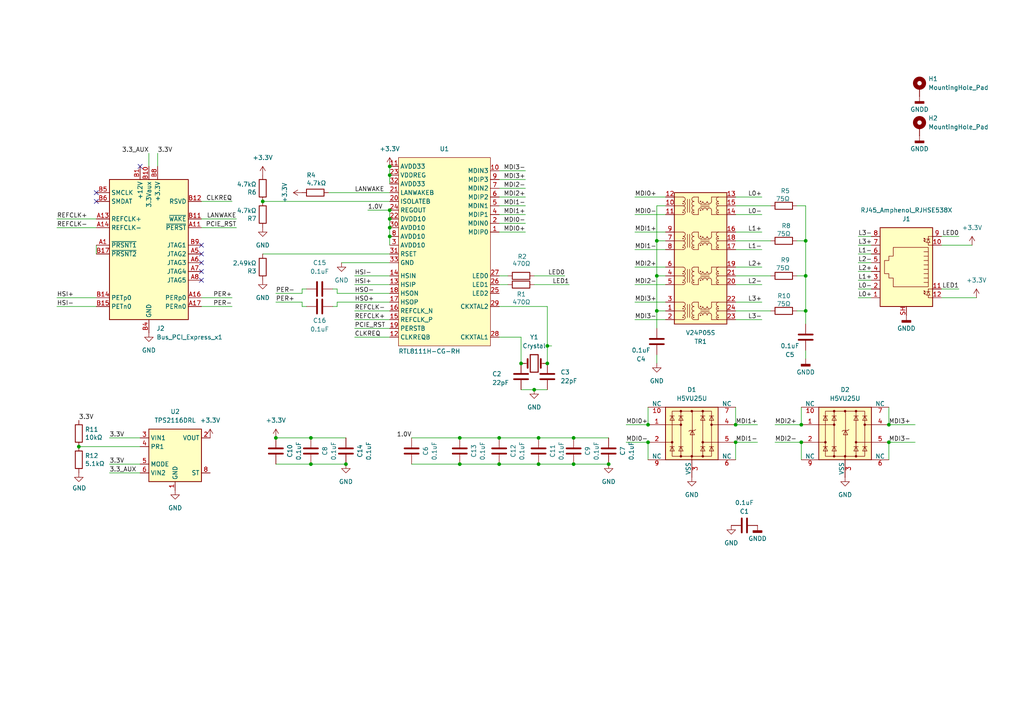
<source format=kicad_sch>
(kicad_sch (version 20231120) (generator "eeschema") (generator_version "8.0")
  (paper "A4")
  (lib_symbols
    (symbol "A_HDJ_Library:RTL8111H-CG-RH"
      (property "Reference" "U7" (at 0 -57.15 0))
      (symbol "RTL8111H-CG-RH_1_0"
        (pin passive line (at 29.21 -21.59 180) (length 2.54) (name "MDIP0") (number "1"))
        (pin passive line (at 29.21 -3.81 180) (length 2.54) (name "MDIN3") (number "10"))
        (pin passive line (at -2.54 -2.54 0) (length 2.54) (name "AVDD33") (number "11"))
        (pin passive line (at -2.54 -52.07 0) (length 2.54) (name "CLKREQB") (number "12"))
        (pin passive line (at -2.54 -36.83 0) (length 2.54) (name "HSIP") (number "13"))
        (pin passive line (at -2.54 -34.29 0) (length 2.54) (name "HSIN") (number "14"))
        (pin passive line (at -2.54 -46.99 0) (length 2.54) (name "REFCLK_P") (number "15"))
        (pin passive line (at -2.54 -44.45 0) (length 2.54) (name "REFCLK_N") (number "16"))
        (pin passive line (at -2.54 -41.91 0) (length 2.54) (name "HSOP") (number "17"))
        (pin passive line (at -2.54 -39.37 0) (length 2.54) (name "HSON") (number "18"))
        (pin passive line (at -2.54 -49.53 0) (length 2.54) (name "PERSTB") (number "19"))
        (pin passive line (at 29.21 -19.05 180) (length 2.54) (name "MDIN0") (number "2"))
        (pin passive line (at -2.54 -12.7 0) (length 2.54) (name "ISOLATEB") (number "20"))
        (pin passive line (at -2.54 -10.16 0) (length 2.54) (name "LANWAKEB") (number "21"))
        (pin passive line (at -2.54 -17.78 0) (length 2.54) (name "DVDD10") (number "22"))
        (pin passive line (at -2.54 -5.08 0) (length 2.54) (name "VDDREG") (number "23"))
        (pin passive line (at -2.54 -15.24 0) (length 2.54) (name "REGOUT") (number "24"))
        (pin passive line (at 29.21 -39.37 180) (length 2.54) (name "LED2") (number "25"))
        (pin passive line (at 29.21 -36.83 180) (length 2.54) (name "LED1") (number "26"))
        (pin passive line (at 29.21 -34.29 180) (length 2.54) (name "LED0") (number "27"))
        (pin passive line (at 29.21 -52.07 180) (length 2.54) (name "CKXTAL1") (number "28"))
        (pin passive line (at 29.21 -43.18 180) (length 2.54) (name "CKXTAL2") (number "29"))
        (pin passive line (at -2.54 -25.4 0) (length 2.54) (name "AVDD10") (number "3"))
        (pin passive line (at -2.54 -20.32 0) (length 2.54) (name "AVDD10") (number "30"))
        (pin passive line (at -2.54 -27.94 0) (length 2.54) (name "RSET") (number "31"))
        (pin passive line (at -2.54 -7.62 0) (length 2.54) (name "AVDD33") (number "32"))
        (pin passive line (at -2.54 -30.48 0) (length 2.54) (name "GND") (number "33"))
        (pin passive line (at 29.21 -16.51 180) (length 2.54) (name "MDIP1") (number "4"))
        (pin passive line (at 29.21 -13.97 180) (length 2.54) (name "MDIN1") (number "5"))
        (pin passive line (at 29.21 -11.43 180) (length 2.54) (name "MDIP2") (number "6"))
        (pin passive line (at 29.21 -8.89 180) (length 2.54) (name "MDIN2") (number "7"))
        (pin passive line (at -2.54 -22.86 0) (length 2.54) (name "AVDD10") (number "8"))
        (pin passive line (at 29.21 -6.35 180) (length 2.54) (name "MDIP3") (number "9"))
      )
    )
    (symbol "Connector:Bus_PCI_Express_x1"
      (property "Reference" "J" (at -8.89 22.86 0))
      (property "Value" "Bus_PCI_Express_x1" (at 12.7 22.86 0))
      (symbol "Bus_PCI_Express_x1_1_1"
        (pin passive line (at -15.24 2.54 0) (length 3.81) (name "~{PRSNT1}") (number "A1"))
        (pin passive line (at 2.54 25.4 270) (length 3.81) hide (name "+3.3V") (number "A10"))
        (pin input line (at 15.24 7.62 180) (length 3.81) (name "~{PERST}") (number "A11"))
        (pin passive line (at 0 -22.86 90) (length 3.81) hide (name "GND") (number "A12"))
        (pin input line (at -15.24 10.16 0) (length 3.81) (name "REFCLK+") (number "A13"))
        (pin input line (at -15.24 7.62 0) (length 3.81) (name "REFCLK-") (number "A14"))
        (pin passive line (at 0 -22.86 90) (length 3.81) hide (name "GND") (number "A15"))
        (pin output line (at 15.24 -12.7 180) (length 3.81) (name "PERp0") (number "A16"))
        (pin output line (at 15.24 -15.24 180) (length 3.81) (name "PERn0") (number "A17"))
        (pin passive line (at 0 -22.86 90) (length 3.81) hide (name "GND") (number "A18"))
        (pin passive line (at -2.54 25.4 270) (length 3.81) hide (name "+12V") (number "A2"))
        (pin passive line (at -2.54 25.4 270) (length 3.81) hide (name "+12V") (number "A3"))
        (pin passive line (at 0 -22.86 90) (length 3.81) hide (name "GND") (number "A4"))
        (pin input line (at 15.24 0 180) (length 3.81) (name "JTAG2") (number "A5"))
        (pin input line (at 15.24 -2.54 180) (length 3.81) (name "JTAG3") (number "A6"))
        (pin output line (at 15.24 -5.08 180) (length 3.81) (name "JTAG4") (number "A7"))
        (pin input line (at 15.24 -7.62 180) (length 3.81) (name "JTAG5") (number "A8"))
        (pin passive line (at 2.54 25.4 270) (length 3.81) hide (name "+3.3V") (number "A9"))
        (pin power_in line (at -2.54 25.4 270) (length 3.81) (name "+12V") (number "B1"))
        (pin power_in line (at 0 25.4 270) (length 3.81) (name "3.3Vaux") (number "B10"))
        (pin open_collector line (at 15.24 10.16 180) (length 3.81) (name "~{WAKE}") (number "B11"))
        (pin passive line (at 15.24 15.24 180) (length 3.81) (name "RSVD") (number "B12"))
        (pin passive line (at 0 -22.86 90) (length 3.81) hide (name "GND") (number "B13"))
        (pin input line (at -15.24 -12.7 0) (length 3.81) (name "PETp0") (number "B14"))
        (pin input line (at -15.24 -15.24 0) (length 3.81) (name "PETn0") (number "B15"))
        (pin passive line (at 0 -22.86 90) (length 3.81) hide (name "GND") (number "B16"))
        (pin passive line (at -15.24 0 0) (length 3.81) (name "~{PRSNT2}") (number "B17"))
        (pin passive line (at 0 -22.86 90) (length 3.81) hide (name "GND") (number "B18"))
        (pin passive line (at -2.54 25.4 270) (length 3.81) hide (name "+12V") (number "B2"))
        (pin passive line (at -2.54 25.4 270) (length 3.81) hide (name "+12V") (number "B3"))
        (pin power_in line (at 0 -22.86 90) (length 3.81) (name "GND") (number "B4"))
        (pin input line (at -15.24 17.78 0) (length 3.81) (name "SMCLK") (number "B5"))
        (pin bidirectional line (at -15.24 15.24 0) (length 3.81) (name "SMDAT") (number "B6"))
        (pin passive line (at 0 -22.86 90) (length 3.81) hide (name "GND") (number "B7"))
        (pin power_in line (at 2.54 25.4 270) (length 3.81) (name "+3.3V") (number "B8"))
        (pin input line (at 15.24 2.54 180) (length 3.81) (name "JTAG1") (number "B9"))
      )
    )
    (symbol "Connector:RJ45_LED_Shielded" (pin_names (offset 1.016))
      (property "Reference" "J" (at -5.08 13.97 0))
      (property "Value" "RJ45_LED_Shielded" (at 1.27 13.97 0))
      (symbol "RJ45_LED_Shielded_1_1"
        (pin passive line (at 10.16 -7.62 180) (length 2.54) (name "~") (number "1"))
        (pin passive line (at -10.16 7.62 0) (length 2.54) (name "~") (number "10"))
        (pin passive line (at -10.16 -5.08 0) (length 2.54) (name "~") (number "11"))
        (pin passive line (at -10.16 -7.62 0) (length 2.54) (name "~") (number "12"))
        (pin passive line (at 10.16 -5.08 180) (length 2.54) (name "~") (number "2"))
        (pin passive line (at 10.16 -2.54 180) (length 2.54) (name "~") (number "3"))
        (pin passive line (at 10.16 0 180) (length 2.54) (name "~") (number "4"))
        (pin passive line (at 10.16 2.54 180) (length 2.54) (name "~") (number "5"))
        (pin passive line (at 10.16 5.08 180) (length 2.54) (name "~") (number "6"))
        (pin passive line (at 10.16 7.62 180) (length 2.54) (name "~") (number "7"))
        (pin passive line (at 10.16 10.16 180) (length 2.54) (name "~") (number "8"))
        (pin passive line (at -10.16 10.16 0) (length 2.54) (name "~") (number "9"))
        (pin passive line (at 0 -12.7 90) (length 2.54) (name "~") (number "SH"))
      )
    )
    (symbol "Device:C" (pin_numbers hide) (pin_names (offset 0.254))
      (property "Reference" "C" (at 0.635 2.54 0))
      (property "Value" "C" (at 0.635 -2.54 0))
      (symbol "C_1_1"
        (pin passive line (at 0 3.81 270) (length 2.794) (name "~") (number "1"))
        (pin passive line (at 0 -3.81 90) (length 2.794) (name "~") (number "2"))
      )
    )
    (symbol "Device:Crystal" (pin_numbers hide) (pin_names (offset 1.016) hide)
      (property "Reference" "Y" (at 0 3.81 0))
      (property "Value" "Crystal" (at 0 -3.81 0))
      (symbol "Crystal_1_1"
        (pin passive line (at -3.81 0 0) (length 1.27) (name "1") (number "1"))
        (pin passive line (at 3.81 0 180) (length 1.27) (name "2") (number "2"))
      )
    )
    (symbol "Device:R" (pin_numbers hide) (pin_names (offset 0))
      (property "Reference" "R" (at 2.032 0 90))
      (property "Value" "R" (at 0 0 90))
      (symbol "R_1_1"
        (pin passive line (at 0 3.81 270) (length 1.27) (name "~") (number "1"))
        (pin passive line (at 0 -3.81 90) (length 1.27) (name "~") (number "2"))
      )
    )
    (symbol "Mechanical:MountingHole_Pad" (pin_numbers hide) (pin_names (offset 1.016) hide) (exclude_from_sim yes) (in_bom no)
      (property "Reference" "H" (at 0 6.35 0))
      (property "Value" "MountingHole_Pad" (at 0 4.445 0))
      (symbol "MountingHole_Pad_1_1"
        (pin input line (at 0 -2.54 90) (length 2.54) (name "1") (number "1"))
      )
    )
    (symbol "Power_Management:TPS2116DRL"
      (property "Reference" "U" (at -7.874 9.144 0))
      (property "Value" "TPS2116DRL" (at 0.508 -8.89 0))
      (symbol "TPS2116DRL_1_0"
        (pin power_out line (at 10.16 5.08 180) (length 2.54) hide (name "VOUT") (number "7"))
      )
      (symbol "TPS2116DRL_1_1"
        (pin power_in line (at 0 -10.16 90) (length 2.54) (name "GND") (number "1"))
        (pin power_out line (at 10.16 5.08 180) (length 2.54) (name "VOUT") (number "2"))
        (pin power_in line (at -10.16 5.08 0) (length 2.54) (name "VIN1") (number "3"))
        (pin input line (at -10.16 2.54 0) (length 2.54) (name "PR1") (number "4"))
        (pin input line (at -10.16 -2.54 0) (length 2.54) (name "MODE") (number "5"))
        (pin power_in line (at -10.16 -5.08 0) (length 2.54) (name "VIN2") (number "6"))
        (pin open_collector line (at 10.16 -5.08 180) (length 2.54) (name "ST") (number "8"))
      )
    )
    (symbol "Power_Protection:D3V3XA4B10LP" (pin_names (offset 0))
      (property "Reference" "U" (at -0.635 8.89 0))
      (property "Value" "D3V3XA4B10LP" (at 8.89 -10.16 0))
      (symbol "D3V3XA4B10LP_1_1"
        (pin passive line (at -12.7 2.54 0) (length 5.08) (name "~") (number "1"))
        (pin free line (at -12.7 7.62 0) (length 5.08) (name "NC") (number "10"))
        (pin passive line (at -12.7 -2.54 0) (length 5.08) (name "~") (number "2"))
        (pin power_in line (at 0 -12.7 90) (length 5.08) (name "VSS") (number "3"))
        (pin passive line (at 12.7 2.54 180) (length 5.08) (name "~") (number "4"))
        (pin passive line (at 12.7 -2.54 180) (length 5.08) (name "~") (number "5"))
        (pin free line (at 12.7 -7.62 180) (length 5.08) (name "NC") (number "6"))
        (pin free line (at 12.7 7.62 180) (length 5.08) (name "NC") (number "7"))
        (pin passive line (at 0 -12.7 90) (length 5.08) hide (name "VSS") (number "8"))
        (pin free line (at -12.7 -7.62 0) (length 5.08) (name "NC") (number "9"))
      )
    )
    (symbol "Transformer:PT61020EL" (pin_names hide)
      (property "Reference" "TR" (at -6.35 20.32 0))
      (property "Value" "PT61020EL" (at 6.35 20.32 0))
      (symbol "PT61020EL_0_1"
        (pin passive line (at -10.16 15.24 0) (length 2.54) (name "TCT1") (number "1"))
        (pin passive line (at -10.16 -15.24 0) (length 2.54) (name "TCT4") (number "10"))
        (pin passive line (at -10.16 -12.7 0) (length 2.54) (name "TD4+") (number "11"))
        (pin passive line (at -10.16 -17.78 0) (length 2.54) (name "TD4-") (number "12"))
        (pin passive line (at 10.16 -17.78 180) (length 2.54) (name "MX4-") (number "13"))
        (pin passive line (at 10.16 -12.7 180) (length 2.54) (name "MX4+") (number "14"))
        (pin passive line (at 10.16 -15.24 180) (length 2.54) (name "MCT4") (number "15"))
        (pin passive line (at 10.16 -7.62 180) (length 2.54) (name "MX3-") (number "16"))
        (pin passive line (at 10.16 -2.54 180) (length 2.54) (name "MX3+") (number "17"))
        (pin passive line (at 10.16 -5.08 180) (length 2.54) (name "MCT3") (number "18"))
        (pin passive line (at 10.16 2.54 180) (length 2.54) (name "MX2-") (number "19"))
        (pin passive line (at -10.16 17.78 0) (length 2.54) (name "TD1+") (number "2"))
        (pin passive line (at 10.16 7.62 180) (length 2.54) (name "MX2+") (number "20"))
        (pin passive line (at 10.16 5.08 180) (length 2.54) (name "MCT2") (number "21"))
        (pin passive line (at 10.16 12.7 180) (length 2.54) (name "MX1-") (number "22"))
        (pin passive line (at 10.16 17.78 180) (length 2.54) (name "MX1+") (number "23"))
        (pin passive line (at 10.16 15.24 180) (length 2.54) (name "MCT1") (number "24"))
        (pin passive line (at -10.16 12.7 0) (length 2.54) (name "TD1-") (number "3"))
        (pin passive line (at -10.16 5.08 0) (length 2.54) (name "TCT2") (number "4"))
        (pin passive line (at -10.16 7.62 0) (length 2.54) (name "TD2+") (number "5"))
        (pin passive line (at -10.16 2.54 0) (length 2.54) (name "TD2-") (number "6"))
        (pin passive line (at -10.16 -5.08 0) (length 2.54) (name "TCT3") (number "7"))
        (pin passive line (at -10.16 -2.54 0) (length 2.54) (name "TD3+") (number "8"))
        (pin passive line (at -10.16 -7.62 0) (length 2.54) (name "TD3-") (number "9"))
      )
    )
    (symbol "power:+3.3V" (power) (pin_numbers hide) (pin_names (offset 0) hide)
      (property "Value" "+3.3V" (at 0 3.556 0))
      (symbol "+3.3V_1_1"
        (pin power_in line (at 0 0 90) (length 0) (name "~") (number "1"))
      )
    )
    (symbol "power:GND" (power) (pin_numbers hide) (pin_names (offset 0) hide)
      (property "Value" "GND" (at 0 -3.81 0))
      (symbol "GND_1_1"
        (pin power_in line (at 0 0 270) (length 0) (name "~") (number "1"))
      )
    )
    (symbol "power:GNDD" (power) (pin_numbers hide) (pin_names (offset 0) hide)
      (property "Value" "GNDD" (at 0 -3.175 0))
      (symbol "GNDD_1_1"
        (pin power_in line (at 0 0 270) (length 0) (name "~") (number "1"))
      )
    )
  )
  (junction (at 158.75 105.41))
  (junction (at 232.41 123.19))
  (junction (at 257.81 123.19))
  (junction (at 187.96 123.19))
  (junction (at 166.37 134.62))
  (junction (at 190.5 90.17))
  (junction (at 151.13 105.41))
  (junction (at 213.36 128.27))
  (junction (at 113.03 50.8))
  (junction (at 233.68 69.85))
  (junction (at 187.96 128.27))
  (junction (at 113.03 48.26))
  (junction (at 22.86 129.54))
  (junction (at 166.37 127))
  (junction (at 154.94 113.03))
  (junction (at 76.2 58.42))
  (junction (at 257.81 128.27))
  (junction (at 113.03 63.5))
  (junction (at 156.21 134.62))
  (junction (at 158.75 100.33))
  (junction (at 190.5 69.85))
  (junction (at 100.33 134.62))
  (junction (at 233.68 80.01))
  (junction (at 113.03 68.58))
  (junction (at 113.03 60.96))
  (junction (at 144.78 134.62))
  (junction (at 176.53 134.62))
  (junction (at 80.01 127))
  (junction (at 90.17 134.62))
  (junction (at 190.5 80.01))
  (junction (at 113.03 66.04))
  (junction (at 213.36 123.19))
  (junction (at 232.41 128.27))
  (junction (at 90.17 127))
  (junction (at 233.68 90.17))
  (junction (at 133.35 127))
  (junction (at 144.78 127))
  (junction (at 156.21 127))
  (junction (at 133.35 134.62))
  (no_connect (at 58.42 71.12))
  (no_connect (at 58.42 81.28))
  (no_connect (at 58.42 73.66))
  (no_connect (at 40.64 48.26))
  (no_connect (at 58.42 76.2))
  (no_connect (at 27.94 58.42))
  (no_connect (at 58.42 78.74))
  (no_connect (at 27.94 55.88))
  (wire (pts (xy 190.5 69.85) (xy 190.5 59.69)))
  (wire (pts (xy 190.5 69.85) (xy 193.04 69.85)))
  (wire (pts (xy 158.75 88.9) (xy 158.75 100.33)))
  (wire (pts (xy 45.72 44.45) (xy 45.72 48.26)))
  (wire (pts (xy 152.4 59.69) (xy 144.78 59.69)))
  (wire (pts (xy 219.71 123.19) (xy 213.36 123.19)))
  (wire (pts (xy 278.13 68.58) (xy 273.05 68.58)))
  (wire (pts (xy 102.87 80.01) (xy 113.03 80.01)))
  (wire (pts (xy 147.32 82.55) (xy 144.78 82.55)))
  (wire (pts (xy 257.81 128.27) (xy 265.43 128.27)))
  (wire (pts (xy 99.06 76.2) (xy 113.03 76.2)))
  (wire (pts (xy 248.92 68.58) (xy 252.73 68.58)))
  (wire (pts (xy 151.13 105.41) (xy 151.13 97.79)))
  (wire (pts (xy 151.13 97.79) (xy 144.78 97.79)))
  (wire (pts (xy 248.92 78.74) (xy 252.73 78.74)))
  (wire (pts (xy 68.58 66.04) (xy 58.42 66.04)))
  (wire (pts (xy 220.98 77.47) (xy 213.36 77.47)))
  (wire (pts (xy 257.81 128.27) (xy 257.81 133.35)))
  (wire (pts (xy 187.96 118.11) (xy 187.96 123.19)))
  (wire (pts (xy 220.98 67.31) (xy 213.36 67.31)))
  (wire (pts (xy 213.36 118.11) (xy 213.36 123.19)))
  (wire (pts (xy 190.5 59.69) (xy 193.04 59.69)))
  (wire (pts (xy 158.75 100.33) (xy 160.02 100.33)))
  (wire (pts (xy 154.94 113.03) (xy 158.75 113.03)))
  (wire (pts (xy 147.32 80.01) (xy 144.78 80.01)))
  (wire (pts (xy 166.37 134.62) (xy 156.21 134.62)))
  (wire (pts (xy 273.05 71.12) (xy 281.94 71.12)))
  (wire (pts (xy 152.4 52.07) (xy 144.78 52.07)))
  (wire (pts (xy 31.75 127) (xy 40.64 127)))
  (wire (pts (xy 16.51 88.9) (xy 27.94 88.9)))
  (wire (pts (xy 184.15 82.55) (xy 193.04 82.55)))
  (wire (pts (xy 220.98 62.23) (xy 213.36 62.23)))
  (wire (pts (xy 113.03 60.96) (xy 113.03 63.5)))
  (wire (pts (xy 95.25 55.88) (xy 113.03 55.88)))
  (wire (pts (xy 213.36 90.17) (xy 223.52 90.17)))
  (wire (pts (xy 113.03 63.5) (xy 113.03 66.04)))
  (wire (pts (xy 102.87 97.79) (xy 113.03 97.79)))
  (wire (pts (xy 97.79 85.09) (xy 113.03 85.09)))
  (wire (pts (xy 31.75 134.62) (xy 40.64 134.62)))
  (wire (pts (xy 97.79 88.9) (xy 97.79 87.63)))
  (wire (pts (xy 184.15 87.63) (xy 193.04 87.63)))
  (wire (pts (xy 165.1 82.55) (xy 154.94 82.55)))
  (wire (pts (xy 87.63 83.82) (xy 88.9 83.82)))
  (wire (pts (xy 27.94 71.12) (xy 27.94 73.66)))
  (wire (pts (xy 144.78 134.62) (xy 133.35 134.62)))
  (wire (pts (xy 58.42 88.9) (xy 67.31 88.9)))
  (wire (pts (xy 16.51 66.04) (xy 27.94 66.04)))
  (wire (pts (xy 106.68 60.96) (xy 113.03 60.96)))
  (wire (pts (xy 97.79 83.82) (xy 96.52 83.82)))
  (wire (pts (xy 97.79 88.9) (xy 96.52 88.9)))
  (wire (pts (xy 166.37 127) (xy 156.21 127)))
  (wire (pts (xy 231.14 69.85) (xy 233.68 69.85)))
  (wire (pts (xy 166.37 127) (xy 176.53 127)))
  (wire (pts (xy 76.2 58.42) (xy 113.03 58.42)))
  (wire (pts (xy 144.78 57.15) (xy 152.4 57.15)))
  (wire (pts (xy 187.96 128.27) (xy 187.96 133.35)))
  (wire (pts (xy 152.4 64.77) (xy 144.78 64.77)))
  (wire (pts (xy 152.4 62.23) (xy 144.78 62.23)))
  (wire (pts (xy 213.36 128.27) (xy 213.36 133.35)))
  (wire (pts (xy 43.18 44.45) (xy 43.18 48.26)))
  (wire (pts (xy 163.83 80.01) (xy 154.94 80.01)))
  (wire (pts (xy 113.03 66.04) (xy 113.03 68.58)))
  (wire (pts (xy 190.5 90.17) (xy 193.04 90.17)))
  (wire (pts (xy 257.81 123.19) (xy 265.43 123.19)))
  (wire (pts (xy 113.03 50.8) (xy 113.03 53.34)))
  (wire (pts (xy 176.53 134.62) (xy 166.37 134.62)))
  (wire (pts (xy 248.92 83.82) (xy 252.73 83.82)))
  (wire (pts (xy 190.5 105.41) (xy 190.5 102.87)))
  (wire (pts (xy 220.98 92.71) (xy 213.36 92.71)))
  (wire (pts (xy 248.92 76.2) (xy 252.73 76.2)))
  (wire (pts (xy 113.03 68.58) (xy 113.03 71.12)))
  (wire (pts (xy 283.21 86.36) (xy 273.05 86.36)))
  (wire (pts (xy 257.81 118.11) (xy 257.81 123.19)))
  (wire (pts (xy 184.15 67.31) (xy 193.04 67.31)))
  (wire (pts (xy 87.63 83.82) (xy 87.63 85.09)))
  (wire (pts (xy 278.13 83.82) (xy 273.05 83.82)))
  (wire (pts (xy 223.52 69.85) (xy 213.36 69.85)))
  (wire (pts (xy 231.14 90.17) (xy 233.68 90.17)))
  (wire (pts (xy 144.78 127) (xy 156.21 127)))
  (wire (pts (xy 102.87 95.25) (xy 113.03 95.25)))
  (wire (pts (xy 152.4 49.53) (xy 144.78 49.53)))
  (wire (pts (xy 248.92 86.36) (xy 252.73 86.36)))
  (wire (pts (xy 119.38 127) (xy 133.35 127)))
  (wire (pts (xy 97.79 83.82) (xy 97.79 85.09)))
  (wire (pts (xy 190.5 95.25) (xy 190.5 90.17)))
  (wire (pts (xy 58.42 86.36) (xy 67.31 86.36)))
  (wire (pts (xy 219.71 128.27) (xy 213.36 128.27)))
  (wire (pts (xy 190.5 80.01) (xy 190.5 69.85)))
  (wire (pts (xy 213.36 87.63) (xy 220.98 87.63)))
  (wire (pts (xy 100.33 134.62) (xy 90.17 134.62)))
  (wire (pts (xy 233.68 59.69) (xy 233.68 69.85)))
  (wire (pts (xy 223.52 80.01) (xy 213.36 80.01)))
  (wire (pts (xy 232.41 128.27) (xy 232.41 133.35)))
  (wire (pts (xy 190.5 80.01) (xy 193.04 80.01)))
  (wire (pts (xy 97.79 87.63) (xy 113.03 87.63)))
  (wire (pts (xy 102.87 92.71) (xy 113.03 92.71)))
  (wire (pts (xy 233.68 69.85) (xy 233.68 80.01)))
  (wire (pts (xy 184.15 72.39) (xy 193.04 72.39)))
  (wire (pts (xy 220.98 72.39) (xy 213.36 72.39)))
  (wire (pts (xy 31.75 137.16) (xy 40.64 137.16)))
  (wire (pts (xy 133.35 127) (xy 144.78 127)))
  (wire (pts (xy 231.14 80.01) (xy 233.68 80.01)))
  (wire (pts (xy 76.2 73.66) (xy 113.03 73.66)))
  (wire (pts (xy 184.15 57.15) (xy 193.04 57.15)))
  (wire (pts (xy 90.17 127) (xy 100.33 127)))
  (wire (pts (xy 190.5 90.17) (xy 190.5 80.01)))
  (wire (pts (xy 102.87 90.17) (xy 113.03 90.17)))
  (wire (pts (xy 158.75 105.41) (xy 158.75 100.33)))
  (wire (pts (xy 213.36 59.69) (xy 223.52 59.69)))
  (wire (pts (xy 144.78 54.61) (xy 152.4 54.61)))
  (wire (pts (xy 184.15 92.71) (xy 193.04 92.71)))
  (wire (pts (xy 232.41 128.27) (xy 224.79 128.27)))
  (wire (pts (xy 220.98 57.15) (xy 213.36 57.15)))
  (wire (pts (xy 232.41 123.19) (xy 224.79 123.19)))
  (wire (pts (xy 16.51 63.5) (xy 27.94 63.5)))
  (wire (pts (xy 119.38 134.62) (xy 133.35 134.62)))
  (wire (pts (xy 248.92 81.28) (xy 252.73 81.28)))
  (wire (pts (xy 184.15 62.23) (xy 193.04 62.23)))
  (wire (pts (xy 233.68 80.01) (xy 233.68 90.17)))
  (wire (pts (xy 151.13 113.03) (xy 154.94 113.03)))
  (wire (pts (xy 102.87 82.55) (xy 113.03 82.55)))
  (wire (pts (xy 233.68 90.17) (xy 233.68 93.98)))
  (wire (pts (xy 113.03 48.26) (xy 113.03 50.8)))
  (wire (pts (xy 22.86 129.54) (xy 40.64 129.54)))
  (wire (pts (xy 152.4 67.31) (xy 144.78 67.31)))
  (wire (pts (xy 67.31 58.42) (xy 58.42 58.42)))
  (wire (pts (xy 248.92 71.12) (xy 252.73 71.12)))
  (wire (pts (xy 68.58 63.5) (xy 58.42 63.5)))
  (wire (pts (xy 87.63 88.9) (xy 87.63 87.63)))
  (wire (pts (xy 80.01 127) (xy 90.17 127)))
  (wire (pts (xy 248.92 73.66) (xy 252.73 73.66)))
  (wire (pts (xy 144.78 134.62) (xy 156.21 134.62)))
  (wire (pts (xy 87.63 87.63) (xy 80.01 87.63)))
  (wire (pts (xy 181.61 123.19) (xy 187.96 123.19)))
  (wire (pts (xy 87.63 85.09) (xy 80.01 85.09)))
  (wire (pts (xy 184.15 77.47) (xy 193.04 77.47)))
  (wire (pts (xy 80.01 134.62) (xy 90.17 134.62)))
  (wire (pts (xy 181.61 128.27) (xy 187.96 128.27)))
  (wire (pts (xy 144.78 88.9) (xy 158.75 88.9)))
  (wire (pts (xy 232.41 118.11) (xy 232.41 123.19)))
  (wire (pts (xy 16.51 86.36) (xy 27.94 86.36)))
  (wire (pts (xy 87.63 88.9) (xy 88.9 88.9)))
  (wire (pts (xy 231.14 59.69) (xy 233.68 59.69)))
  (wire (pts (xy 233.68 101.6) (xy 233.68 104.14)))
  (wire (pts (xy 220.98 82.55) (xy 213.36 82.55)))
  (label "REFCLK+" (at 16.51 63.5 0))
  (label "3.3V" (at 45.72 44.45 0))
  (label "MDI1-" (at 184.15 72.39 0))
  (label "HSI+" (at 102.87 82.55 0))
  (label "PER+" (at 67.31 86.36 180))
  (label "MDI1+" (at 152.4 62.23 180))
  (label "HSI+" (at 16.51 86.36 0))
  (label "L3-" (at 220.98 92.71 180))
  (label "MDI2+" (at 184.15 77.47 0))
  (label "MDI2-" (at 184.15 82.55 0))
  (label "L2-" (at 220.98 82.55 180))
  (label "MDI0+" (at 152.4 67.31 180))
  (label "LED0" (at 278.13 68.58 180))
  (label "3.3V" (at 22.86 121.92 0))
  (label "MDI3+" (at 152.4 52.07 180))
  (label "L3+" (at 220.98 87.63 180))
  (label "L0-" (at 220.98 62.23 180))
  (label "MDI1+" (at 184.15 67.31 0))
  (label "3.3_AUX" (at 43.18 44.45 180))
  (label "MDI3-" (at 257.81 128.27 0))
  (label "L3-" (at 248.92 68.58 0))
  (label "REFCLK-" (at 102.87 90.17 0))
  (label "MDI1-" (at 219.71 128.27 180))
  (label "MDI3-" (at 184.15 92.71 0))
  (label "L0+" (at 220.98 57.15 180))
  (label "HSO+" (at 102.87 87.63 0))
  (label "MDI0-" (at 184.15 62.23 0))
  (label "MDI1+" (at 219.71 123.19 180))
  (label "LANWAKE" (at 68.58 63.5 180))
  (label "L1+" (at 220.98 67.31 180))
  (label "LED1" (at 278.13 83.82 180))
  (label "LANWAKE" (at 102.87 55.88 0))
  (label "3.3V" (at 31.75 127 0))
  (label "PCIE_RST" (at 102.87 95.25 0))
  (label "MDI3+" (at 257.81 123.19 0))
  (label "L0-" (at 248.92 83.82 0))
  (label "REFCLK+" (at 102.87 92.71 0))
  (label "LED1" (at 165.1 82.55 180))
  (label "PCIE_RST" (at 68.58 66.04 180))
  (label "MDI2+" (at 152.4 57.15 180))
  (label "MDI2-" (at 152.4 54.61 180))
  (label "PER+" (at 80.01 87.63 0))
  (label "1.0V" (at 106.68 60.96 0))
  (label "MDI1-" (at 152.4 59.69 180))
  (label "L1+" (at 248.92 81.28 0))
  (label "PER-" (at 67.31 88.9 180))
  (label "3.3V" (at 31.75 134.62 0))
  (label "MDI2-" (at 224.79 128.27 0))
  (label "MDI2+" (at 224.79 123.19 0))
  (label "MDI0+" (at 181.61 123.19 0))
  (label "HSI-" (at 16.51 88.9 0))
  (label "MDI0-" (at 181.61 128.27 0))
  (label "PER-" (at 80.01 85.09 0))
  (label "L0+" (at 248.92 86.36 0))
  (label "MDI0-" (at 152.4 64.77 180))
  (label "LED0" (at 163.83 80.01 180))
  (label "1.0V" (at 119.38 127 180))
  (label "L2+" (at 248.92 78.74 0))
  (label "L2-" (at 248.92 76.2 0))
  (label "HSI-" (at 102.87 80.01 0))
  (label "REFCLK-" (at 16.51 66.04 0))
  (label "CLKREQ" (at 67.31 58.42 180))
  (label "MDI3+" (at 184.15 87.63 0))
  (label "3.3_AUX" (at 31.75 137.16 0))
  (label "HSO-" (at 102.87 85.09 0))
  (label "MDI0+" (at 184.15 57.15 0))
  (label "MDI3-" (at 152.4 49.53 180))
  (label "L1-" (at 248.92 73.66 0))
  (label "CLKREQ" (at 102.87 97.79 0))
  (label "L3+" (at 248.92 71.12 0))
  (label "L1-" (at 220.98 72.39 180))
  (label "L2+" (at 220.98 77.47 180))
  (symbol (lib_id "Device:Crystal") (at 154.94 105.41 0) (unit 1)
    (property "Reference" "Y1" (at 154.94 97.79 0))
    (property "Value" "Crystal" (at 154.94 100.33 0))
    (property "Footprint" "Crystal:Crystal_SMD_HC49-SD" (effects (hide yes)))
    (property "Description" "Two pin crystal" (effects (hide yes)))
  )
  (symbol (lib_id "power:+3.3V") (at 281.94 71.12 0) (unit 1)
    (property "Reference" "#PWR06" (effects (hide yes)))
    (property "Value" "+3.3V" (at 281.94 66.04 0))
    (property "Description" "Power symbol creates a global label with name \"+3.3V\"" (effects (hide yes)))
  )
  (symbol (lib_id "Device:C") (at 92.71 88.9 90) (unit 1)
    (property "Reference" "C16" (at 92.71 92.964 90))
    (property "Value" "0.1uF" (at 92.71 95.504 90))
    (property "Footprint" "Capacitor_SMD:C_0402_1005Metric_Pad0.74x0.62mm_HandSolder" (effects (hide yes)))
    (property "Description" "Unpolarized capacitor" (effects (hide yes)))
  )
  (symbol (lib_id "Device:C") (at 215.9 152.4 270) (unit 1)
    (property "Reference" "C1" (at 215.9 148.336 90))
    (property "Value" "0.1uF" (at 215.9 145.796 90))
    (property "Footprint" "Inductor_SMD:L_1206_3216Metric_Pad1.22x1.90mm_HandSolder" (effects (hide yes)))
    (property "Description" "Unpolarized capacitor" (effects (hide yes)))
  )
  (symbol (lib_id "Device:C") (at 158.75 109.22 0) (unit 1)
    (property "Reference" "C3" (at 162.56 107.9499 0) (effects (justify left)))
    (property "Value" "22pF" (at 162.56 110.4899 0) (effects (justify left)))
    (property "Footprint" "Capacitor_SMD:C_0603_1608Metric_Pad1.08x0.95mm_HandSolder" (effects (hide yes)))
    (property "Description" "Unpolarized capacitor" (effects (hide yes)))
  )
  (symbol (lib_id "power:GNDD") (at 233.68 104.14 0) (mirror y) (unit 1)
    (property "Reference" "#PWR05" (effects (hide yes)))
    (property "Value" "GNDD" (at 233.68 107.95 0))
    (property "Description" "Power symbol creates a global label with name \"GNDD\" , digital ground" (effects (hide yes)))
  )
  (symbol (lib_id "power:+3.3V") (at 87.63 55.88 90) (unit 1)
    (property "Reference" "#PWR012" (effects (hide yes)))
    (property "Value" "+3.3V" (at 82.55 55.88 0))
    (property "Description" "Power symbol creates a global label with name \"+3.3V\"" (effects (hide yes)))
  )
  (symbol (lib_id "Device:C") (at 100.33 130.81 180) (unit 1)
    (property "Reference" "C14" (at 104.394 130.81 90))
    (property "Value" "0.1uF" (at 106.934 130.81 90))
    (property "Footprint" "Capacitor_SMD:C_0402_1005Metric_Pad0.74x0.62mm_HandSolder" (effects (hide yes)))
    (property "Description" "Unpolarized capacitor" (effects (hide yes)))
  )
  (symbol (lib_id "power:GND") (at 200.66 138.43 0) (unit 1)
    (property "Reference" "#PWR022" (effects (hide yes)))
    (property "Value" "GND" (at 200.66 143.51 0))
    (property "Description" "Power symbol creates a global label with name \"GND\" , ground" (effects (hide yes)))
  )
  (symbol (lib_id "Power_Protection:D3V3XA4B10LP") (at 245.11 125.73 0) (unit 1)
    (property "Reference" "D2" (at 245.11 113.03 0))
    (property "Value" "H5VU25U" (at 245.11 115.57 0))
    (property "Footprint" "Package_DFN_QFN:Diodes_UDFN-10_1.0x2.5mm_P0.5mm" (effects (hide yes)))
  )
  (symbol (lib_id "Device:R") (at 22.86 133.35 0) (unit 1)
    (property "Reference" "R12" (at 24.638 132.1816 0) (effects (justify left)))
    (property "Value" "5.1kΩ" (at 24.638 134.493 0) (effects (justify left)))
    (property "Footprint" "Resistor_SMD:R_0603_1608Metric_Pad0.98x0.95mm_HandSolder" (effects (hide yes)))
    (property "Field4" "Farnell" (effects (hide yes)))
    (property "Part Description" "Resistor 2.2K M1005 1% 63mW" (effects (hide yes)))
  )
  (symbol (lib_id "power:GND") (at 212.09 152.4 0) (unit 1)
    (property "Reference" "#PWR010" (effects (hide yes)))
    (property "Value" "GND" (at 212.09 157.48 0))
    (property "Description" "Power symbol creates a global label with name \"GND\" , ground" (effects (hide yes)))
  )
  (symbol (lib_id "Device:C") (at 151.13 109.22 0) (unit 1)
    (property "Reference" "C2" (at 142.748 108.458 0) (effects (justify left)))
    (property "Value" "22pF" (at 142.748 110.998 0) (effects (justify left)))
    (property "Footprint" "Capacitor_SMD:C_0603_1608Metric_Pad1.08x0.95mm_HandSolder" (effects (hide yes)))
    (property "Description" "Unpolarized capacitor" (effects (hide yes)))
  )
  (symbol (lib_id "Device:C") (at 119.38 130.81 180) (unit 1)
    (property "Reference" "C6" (at 123.444 130.81 90))
    (property "Value" "0.1uF" (at 125.984 130.81 90))
    (property "Footprint" "Capacitor_SMD:C_0402_1005Metric_Pad0.74x0.62mm_HandSolder" (effects (hide yes)))
    (property "Description" "Unpolarized capacitor" (effects (hide yes)))
  )
  (symbol (lib_id "Device:C") (at 176.53 130.81 180) (unit 1)
    (property "Reference" "C7" (at 180.594 130.81 90))
    (property "Value" "0.1uF" (at 183.134 130.81 90))
    (property "Footprint" "Capacitor_SMD:C_0402_1005Metric_Pad0.74x0.62mm_HandSolder" (effects (hide yes)))
    (property "Description" "Unpolarized capacitor" (effects (hide yes)))
  )
  (symbol (lib_id "Device:R") (at 151.13 80.01 270) (unit 1)
    (property "Reference" "R2" (at 150.114 74.422 90) (effects (justify left)))
    (property "Value" "470Ω" (at 148.59 76.454 90) (effects (justify left)))
    (property "Footprint" "Resistor_SMD:R_0603_1608Metric_Pad0.98x0.95mm_HandSolder" (effects (hide yes)))
    (property "Datasheet" "https://fscdn.rohm.com/en/products/databook/datasheet/passive/resistor/chip_resistor/mcr-e.pdf" (effects (hide yes)))
    (property "Field4" "Farnell" (effects (hide yes)))
    (property "Field7" "Rohm" (effects (hide yes)))
    (property "Field6" "MCR01MZPF1002" (effects (hide yes)))
    (property "Part Description" "Resistor 10K M1005 1% 63mW" (effects (hide yes)))
  )
  (symbol (lib_id "Device:R") (at 22.86 125.73 0) (unit 1)
    (property "Reference" "R11" (at 24.638 124.5616 0) (effects (justify left)))
    (property "Value" "10kΩ" (at 24.638 126.873 0) (effects (justify left)))
    (property "Footprint" "Resistor_SMD:R_0603_1608Metric_Pad0.98x0.95mm_HandSolder" (effects (hide yes)))
    (property "Datasheet" "https://fscdn.rohm.com/en/products/databook/datasheet/passive/resistor/chip_resistor/mcr-e.pdf" (effects (hide yes)))
    (property "Field4" "Farnell" (effects (hide yes)))
    (property "Part Description" "Resistor 2.2K M1005 1% 63mW" (effects (hide yes)))
  )
  (symbol (lib_id "Device:C") (at 80.01 130.81 180) (unit 1)
    (property "Reference" "C10" (at 84.074 130.81 90))
    (property "Value" "0.1uF" (at 86.614 130.81 90))
    (property "Footprint" "Capacitor_SMD:C_0402_1005Metric_Pad0.74x0.62mm_HandSolder" (effects (hide yes)))
    (property "Description" "Unpolarized capacitor" (effects (hide yes)))
  )
  (symbol (lib_id "Connector:RJ45_LED_Shielded") (at 262.89 78.74 0) (mirror y) (unit 1)
    (property "Reference" "J1" (at 262.89 63.5 0))
    (property "Value" "RJ45_Amphenol_RJHSE538X" (at 262.89 60.96 0))
    (property "Footprint" "footprint:AMPHENOL_RJSBE5381C1" (effects (hide yes)))
    (property "Description" "RJ connector, 8P8C (8 positions 8 connected), two LEDs, Shielded" (effects (hide yes)))
  )
  (symbol (lib_id "Device:C") (at 92.71 83.82 90) (unit 1)
    (property "Reference" "C15" (at 92.71 76.2 90))
    (property "Value" "0.1uF" (at 92.71 78.74 90))
    (property "Footprint" "Capacitor_SMD:C_0402_1005Metric_Pad0.74x0.62mm_HandSolder" (effects (hide yes)))
    (property "Description" "Unpolarized capacitor" (effects (hide yes)))
  )
  (symbol (lib_id "Device:R") (at 227.33 90.17 90) (unit 1)
    (property "Reference" "R10" (at 229.362 85.8266 90) (effects (justify left)))
    (property "Value" "75Ω" (at 229.362 88.138 90) (effects (justify left)))
    (property "Footprint" "Resistor_SMD:R_0603_1608Metric_Pad0.98x0.95mm_HandSolder" (effects (hide yes)))
    (property "Datasheet" "https://fscdn.rohm.com/en/products/databook/datasheet/passive/resistor/chip_resistor/mcr-e.pdf" (effects (hide yes)))
    (property "Field4" "Farnell" (effects (hide yes)))
    (property "Field7" "Rohm" (effects (hide yes)))
    (property "Field6" "MCR01MZPF1002" (effects (hide yes)))
    (property "Part Description" "Resistor 10K M1005 1% 63mW" (effects (hide yes)))
  )
  (symbol (lib_id "Connector:Bus_PCI_Express_x1") (at 43.18 73.66 0) (unit 1)
    (property "Reference" "J2" (at 45.3741 95.25 0) (effects (justify left)))
    (property "Value" "Bus_PCI_Express_x1" (at 45.3741 97.79 0) (effects (justify left)))
    (property "Footprint" "Connector_PCBEdge:BUS_PCIexpress_x1" (effects (hide yes)))
    (property "Datasheet" "http://www.ritrontek.com/uploadfile/2016/1026/20161026105231124.pdf#page=63" (effects (hide yes)))
    (property "Description" "PCI Express bus connector x1" (effects (hide yes)))
  )
  (symbol (lib_id "power:GND") (at 245.11 138.43 0) (unit 1)
    (property "Reference" "#PWR023" (effects (hide yes)))
    (property "Value" "GND" (at 245.11 143.51 0))
    (property "Description" "Power symbol creates a global label with name \"GND\" , ground" (effects (hide yes)))
  )
  (symbol (lib_id "power:+3.3V") (at 60.96 127 0) (unit 1)
    (property "Reference" "#PWR011" (effects (hide yes)))
    (property "Value" "+3.3V" (at 60.96 121.92 0))
    (property "Description" "Power symbol creates a global label with name \"+3.3V\"" (effects (hide yes)))
  )
  (symbol (lib_id "Device:C") (at 233.68 97.79 180) (unit 1)
    (property "Reference" "C5" (at 229.108 102.87 0))
    (property "Value" "0.1uF" (at 229.108 100.33 0))
    (property "Footprint" "Capacitor_SMD:C_0402_1005Metric_Pad0.74x0.62mm_HandSolder" (effects (hide yes)))
    (property "Description" "Unpolarized capacitor" (effects (hide yes)))
  )
  (symbol (lib_id "power:GND") (at 43.18 96.52 0) (unit 1)
    (property "Reference" "#PWR02" (effects (hide yes)))
    (property "Value" "GND" (at 43.18 101.6 0))
    (property "Description" "Power symbol creates a global label with name \"GND\" , ground" (effects (hide yes)))
  )
  (symbol (lib_id "power:GND") (at 190.5 105.41 0) (unit 1)
    (property "Reference" "#PWR015" (effects (hide yes)))
    (property "Value" "GND" (at 190.5 110.49 0))
    (property "Description" "Power symbol creates a global label with name \"GND\" , ground" (effects (hide yes)))
  )
  (symbol (lib_id "power:GNDD") (at 262.89 91.44 0) (mirror y) (unit 1)
    (property "Reference" "#PWR016" (effects (hide yes)))
    (property "Value" "GNDD" (at 262.89 95.25 0))
    (property "Description" "Power symbol creates a global label with name \"GNDD\" , digital ground" (effects (hide yes)))
  )
  (symbol (lib_id "Device:C") (at 166.37 130.81 180) (unit 1)
    (property "Reference" "C9" (at 170.434 130.81 90))
    (property "Value" "0.1uF" (at 172.974 130.81 90))
    (property "Footprint" "Capacitor_SMD:C_0402_1005Metric_Pad0.74x0.62mm_HandSolder" (effects (hide yes)))
    (property "Description" "Unpolarized capacitor" (effects (hide yes)))
  )
  (symbol (lib_id "Device:R") (at 91.44 55.88 270) (unit 1)
    (property "Reference" "R4" (at 88.9 50.8 90) (effects (justify left)))
    (property "Value" "4.7kΩ" (at 88.9 53.1114 90) (effects (justify left)))
    (property "Footprint" "Resistor_SMD:R_0603_1608Metric_Pad0.98x0.95mm_HandSolder" (effects (hide yes)))
    (property "Datasheet" "https://fscdn.rohm.com/en/products/databook/datasheet/passive/resistor/chip_resistor/mcr-e.pdf" (effects (hide yes)))
    (property "Field4" "Farnell" (effects (hide yes)))
    (property "Field7" "Rohm" (effects (hide yes)))
    (property "Field6" "MCR01MZPF1002" (effects (hide yes)))
    (property "Part Description" "Resistor 10K M1005 1% 63mW" (effects (hide yes)))
  )
  (symbol (lib_id "Power_Management:TPS2116DRL") (at 50.8 132.08 0) (unit 1)
    (property "Reference" "U2" (at 50.8 119.38 0))
    (property "Value" "TPS2116DRL" (at 50.8 121.92 0))
    (property "Footprint" "Package_TO_SOT_SMD:SOT-583-8" (effects (hide yes)))
    (property "Datasheet" "https://www.ti.com/lit/ds/symlink/tps2116.pdf" (effects (hide yes)))
    (property "Description" "2 Channnels Power Mux with Manual and Priority Switchover, 1.6-5.5V Input Voltage, 2.5A Output Current, Ron 40 mOhm, SOT-583-8" (effects (hide yes)))
  )
  (symbol (lib_id "power:GND") (at 50.8 142.24 0) (unit 1)
    (property "Reference" "#PWR029" (effects (hide yes)))
    (property "Value" "GND" (at 50.8 147.32 0))
    (property "Description" "Power symbol creates a global label with name \"GND\" , ground" (effects (hide yes)))
  )
  (symbol (lib_id "Device:R") (at 227.33 80.01 90) (unit 1)
    (property "Reference" "R9" (at 229.108 75.4126 90) (effects (justify left)))
    (property "Value" "75Ω" (at 229.108 77.724 90) (effects (justify left)))
    (property "Footprint" "Resistor_SMD:R_0603_1608Metric_Pad0.98x0.95mm_HandSolder" (effects (hide yes)))
    (property "Datasheet" "https://fscdn.rohm.com/en/products/databook/datasheet/passive/resistor/chip_resistor/mcr-e.pdf" (effects (hide yes)))
    (property "Field4" "Farnell" (effects (hide yes)))
    (property "Field7" "Rohm" (effects (hide yes)))
    (property "Field6" "MCR01MZPF1002" (effects (hide yes)))
    (property "Part Description" "Resistor 10K M1005 1% 63mW" (effects (hide yes)))
  )
  (symbol (lib_id "Device:C") (at 190.5 99.06 180) (unit 1)
    (property "Reference" "C4" (at 185.928 104.14 0))
    (property "Value" "0.1uF" (at 185.928 101.6 0))
    (property "Footprint" "Capacitor_SMD:C_0402_1005Metric_Pad0.74x0.62mm_HandSolder" (effects (hide yes)))
    (property "Description" "Unpolarized capacitor" (effects (hide yes)))
  )
  (symbol (lib_id "Mechanical:MountingHole_Pad") (at 266.7 36.83 0) (unit 1) (exclude_from_sim yes) (in_bom no)
    (property "Reference" "H2" (at 269.24 34.2899 0) (effects (justify left)))
    (property "Value" "MountingHole_Pad" (at 269.24 36.8299 0) (effects (justify left)))
    (property "Footprint" "MountingHole:MountingHole_3.2mm_M3_ISO14580_Pad" (effects (hide yes)))
    (property "Description" "Mounting Hole with connection" (effects (hide yes)))
  )
  (symbol (lib_id "power:GND") (at 154.94 113.03 0) (unit 1)
    (property "Reference" "#PWR017" (effects (hide yes)))
    (property "Value" "GND" (at 154.94 118.11 0))
    (property "Description" "Power symbol creates a global label with name \"GND\" , ground" (effects (hide yes)))
  )
  (symbol (lib_id "Device:R") (at 227.33 69.85 90) (unit 1)
    (property "Reference" "R8" (at 229.362 65.5066 90) (effects (justify left)))
    (property "Value" "75Ω" (at 229.362 67.818 90) (effects (justify left)))
    (property "Footprint" "Resistor_SMD:R_0603_1608Metric_Pad0.98x0.95mm_HandSolder" (effects (hide yes)))
    (property "Datasheet" "https://fscdn.rohm.com/en/products/databook/datasheet/passive/resistor/chip_resistor/mcr-e.pdf" (effects (hide yes)))
    (property "Field4" "Farnell" (effects (hide yes)))
    (property "Field7" "Rohm" (effects (hide yes)))
    (property "Field6" "MCR01MZPF1002" (effects (hide yes)))
    (property "Part Description" "Resistor 10K M1005 1% 63mW" (effects (hide yes)))
  )
  (symbol (lib_id "power:GNDD") (at 219.71 152.4 0) (mirror y) (unit 1)
    (property "Reference" "#PWR033" (effects (hide yes)))
    (property "Value" "GNDD" (at 219.71 156.21 0))
    (property "Description" "Power symbol creates a global label with name \"GNDD\" , digital ground" (effects (hide yes)))
  )
  (symbol (lib_id "Mechanical:MountingHole_Pad") (at 266.7 25.4 0) (unit 1) (exclude_from_sim yes) (in_bom no)
    (property "Reference" "H1" (at 269.24 22.8599 0) (effects (justify left)))
    (property "Value" "MountingHole_Pad" (at 269.24 25.3999 0) (effects (justify left)))
    (property "Footprint" "MountingHole:MountingHole_3.2mm_M3_ISO14580_Pad" (effects (hide yes)))
    (property "Description" "Mounting Hole with connection" (effects (hide yes)))
  )
  (symbol (lib_id "Power_Protection:D3V3XA4B10LP") (at 200.66 125.73 0) (unit 1)
    (property "Reference" "D1" (at 200.66 113.03 0))
    (property "Value" "H5VU25U" (at 200.66 115.57 0))
    (property "Footprint" "Package_DFN_QFN:Diodes_UDFN-10_1.0x2.5mm_P0.5mm" (effects (hide yes)))
    (property "Description" "4-Channel Low Capacitance TVS Diode Array, DFN-10" (effects (hide yes)))
  )
  (symbol (lib_id "Device:R") (at 76.2 54.61 180) (unit 1)
    (property "Reference" "R6" (at 74.422 55.7784 0) (effects (justify left)))
    (property "Value" "4.7kΩ" (at 74.422 53.467 0) (effects (justify left)))
    (property "Footprint" "Resistor_SMD:R_0603_1608Metric_Pad0.98x0.95mm_HandSolder" (effects (hide yes)))
    (property "Datasheet" "https://fscdn.rohm.com/en/products/databook/datasheet/passive/resistor/chip_resistor/mcr-e.pdf" (effects (hide yes)))
    (property "Field4" "Farnell" (effects (hide yes)))
    (property "Field7" "Rohm" (effects (hide yes)))
    (property "Field6" "MCR01MZPF1002" (effects (hide yes)))
    (property "Part Description" "Resistor 10K M1005 1% 63mW" (effects (hide yes)))
  )
  (symbol (lib_id "Device:C") (at 144.78 130.81 180) (unit 1)
    (property "Reference" "C12" (at 148.844 130.81 90))
    (property "Value" "0.1uF" (at 151.384 130.81 90))
    (property "Footprint" "Capacitor_SMD:C_0402_1005Metric_Pad0.74x0.62mm_HandSolder" (effects (hide yes)))
    (property "Description" "Unpolarized capacitor" (effects (hide yes)))
  )
  (symbol (lib_id "power:GND") (at 100.33 134.62 0) (unit 1)
    (property "Reference" "#PWR028" (effects (hide yes)))
    (property "Value" "GND" (at 100.33 139.7 0))
    (property "Description" "Power symbol creates a global label with name \"GND\" , ground" (effects (hide yes)))
  )
  (symbol (lib_id "power:GND") (at 22.86 137.16 0) (unit 1)
    (property "Reference" "#PWR09" (effects (hide yes)))
    (property "Value" "GND" (at 22.987 141.5542 0))
    (property "Description" "Power symbol creates a global label with name \"GND\" , ground" (effects (hide yes)))
  )
  (symbol (lib_id "A_HDJ_Library:RTL8111H-CG-RH") (at 115.57 45.72 0) (unit 1)
    (property "Reference" "U1" (at 128.905 43.18 0))
    (property "Value" "RTL8111H-CG-RH" (at 115.57 102.616 0) (effects (justify left bottom)))
    (property "Footprint" "footprint:QFN40P400X400X90-33N" (effects (hide yes)))
  )
  (symbol (lib_id "Device:C") (at 133.35 130.81 180) (unit 1)
    (property "Reference" "C13" (at 137.414 130.81 90))
    (property "Value" "0.1uF" (at 139.954 130.81 90))
    (property "Footprint" "Capacitor_SMD:C_0402_1005Metric_Pad0.74x0.62mm_HandSolder" (effects (hide yes)))
    (property "Description" "Unpolarized capacitor" (effects (hide yes)))
  )
  (symbol (lib_id "power:+3.3V") (at 113.03 48.26 0) (unit 1)
    (property "Reference" "#PWR04" (effects (hide yes)))
    (property "Value" "+3.3V" (at 113.03 43.18 0))
    (property "Description" "Power symbol creates a global label with name \"+3.3V\"" (effects (hide yes)))
  )
  (symbol (lib_id "power:GND") (at 76.2 81.28 0) (unit 1)
    (property "Reference" "#PWR03" (effects (hide yes)))
    (property "Value" "GND" (at 76.2 86.36 0))
    (property "Description" "Power symbol creates a global label with name \"GND\" , ground" (effects (hide yes)))
  )
  (symbol (lib_id "power:GNDD") (at 266.7 39.37 0) (mirror y) (unit 1)
    (property "Reference" "#PWR031" (effects (hide yes)))
    (property "Value" "GNDD" (at 266.7 43.18 0))
    (property "Description" "Power symbol creates a global label with name \"GNDD\" , digital ground" (effects (hide yes)))
  )
  (symbol (lib_id "power:+3.3V") (at 283.21 86.36 0) (unit 1)
    (property "Reference" "#PWR07" (effects (hide yes)))
    (property "Value" "+3.3V" (at 283.21 81.28 0))
    (property "Description" "Power symbol creates a global label with name \"+3.3V\"" (effects (hide yes)))
  )
  (symbol (lib_id "Device:R") (at 76.2 77.47 180) (unit 1)
    (property "Reference" "R3" (at 74.422 78.6384 0) (effects (justify left)))
    (property "Value" "2.49kΩ" (at 74.422 76.327 0) (effects (justify left)))
    (property "Footprint" "Resistor_SMD:R_0603_1608Metric_Pad0.98x0.95mm_HandSolder" (effects (hide yes)))
    (property "Datasheet" "https://fscdn.rohm.com/en/products/databook/datasheet/passive/resistor/chip_resistor/mcr-e.pdf" (effects (hide yes)))
    (property "Field4" "Farnell" (effects (hide yes)))
    (property "Field7" "Rohm" (effects (hide yes)))
    (property "Field6" "MCR01MZPF1002" (effects (hide yes)))
    (property "Part Description" "Resistor 10K M1005 1% 63mW" (effects (hide yes)))
  )
  (symbol (lib_id "Device:C") (at 90.17 130.81 180) (unit 1)
    (property "Reference" "C8" (at 94.234 130.81 90))
    (property "Value" "0.1uF" (at 96.774 130.81 90))
    (property "Footprint" "Capacitor_SMD:C_0402_1005Metric_Pad0.74x0.62mm_HandSolder" (effects (hide yes)))
    (property "Description" "Unpolarized capacitor" (effects (hide yes)))
  )
  (symbol (lib_id "power:GND") (at 99.06 76.2 0) (unit 1)
    (property "Reference" "#PWR01" (effects (hide yes)))
    (property "Value" "GND" (at 99.06 81.28 0))
    (property "Description" "Power symbol creates a global label with name \"GND\" , ground" (effects (hide yes)))
  )
  (symbol (lib_id "Device:C") (at 156.21 130.81 180) (unit 1)
    (property "Reference" "C11" (at 160.274 130.81 90))
    (property "Value" "0.1uF" (at 162.814 130.81 90))
    (property "Footprint" "Capacitor_SMD:C_0402_1005Metric_Pad0.74x0.62mm_HandSolder" (effects (hide yes)))
    (property "Description" "Unpolarized capacitor" (effects (hide yes)))
  )
  (symbol (lib_id "power:GNDD") (at 266.7 27.94 0) (mirror y) (unit 1)
    (property "Reference" "#PWR032" (effects (hide yes)))
    (property "Value" "GNDD" (at 266.7 31.75 0))
    (property "Description" "Power symbol creates a global label with name \"GNDD\" , digital ground" (effects (hide yes)))
  )
  (symbol (lib_id "Transformer:PT61020EL") (at 203.2 74.93 0) (mirror x) (unit 1)
    (property "Reference" "TR1" (at 203.2 99.06 0))
    (property "Value" "V24P05S" (at 203.2 96.52 0))
    (property "Footprint" "footprint:V24P05S" (effects (hide yes)))
    (property "Datasheet" "https://www.bourns.com/pdfs/PT61020.pdf" (effects (hide yes)))
    (property "Description" "10/100/1000 Base-T Ethernet Transformer, SMD-24" (effects (hide yes)))
  )
  (symbol (lib_id "Device:R") (at 227.33 59.69 90) (unit 1)
    (property "Reference" "R5" (at 229.108 55.372 90) (effects (justify left)))
    (property "Value" "75Ω" (at 229.108 57.6834 90) (effects (justify left)))
    (property "Footprint" "Resistor_SMD:R_0603_1608Metric_Pad0.98x0.95mm_HandSolder" (effects (hide yes)))
    (property "Datasheet" "https://fscdn.rohm.com/en/products/databook/datasheet/passive/resistor/chip_resistor/mcr-e.pdf" (effects (hide yes)))
    (property "Field4" "Farnell" (effects (hide yes)))
    (property "Field7" "Rohm" (effects (hide yes)))
    (property "Field6" "MCR01MZPF1002" (effects (hide yes)))
    (property "Part Description" "Resistor 10K M1005 1% 63mW" (effects (hide yes)))
  )
  (symbol (lib_id "power:+3.3V") (at 76.2 50.8 0) (unit 1)
    (property "Reference" "#PWR024" (effects (hide yes)))
    (property "Value" "+3.3V" (at 76.2 45.72 0))
    (property "Description" "Power symbol creates a global label with name \"+3.3V\"" (effects (hide yes)))
  )
  (symbol (lib_id "Device:R") (at 151.13 82.55 270) (unit 1)
    (property "Reference" "R1" (at 149.86 85.344 90) (effects (justify left)))
    (property "Value" "470Ω" (at 148.59 87.63 90) (effects (justify left)))
    (property "Footprint" "Resistor_SMD:R_0603_1608Metric_Pad0.98x0.95mm_HandSolder" (effects (hide yes)))
    (property "Datasheet" "https://fscdn.rohm.com/en/products/databook/datasheet/passive/resistor/chip_resistor/mcr-e.pdf" (effects (hide yes)))
    (property "Field4" "Farnell" (effects (hide yes)))
    (property "Field7" "Rohm" (effects (hide yes)))
    (property "Field6" "MCR01MZPF1002" (effects (hide yes)))
    (property "Part Description" "Resistor 10K M1005 1% 63mW" (effects (hide yes)))
  )
  (symbol (lib_id "Device:R") (at 76.2 62.23 180) (unit 1)
    (property "Reference" "R7" (at 74.422 63.3984 0) (effects (justify left)))
    (property "Value" "4.7kΩ" (at 74.422 61.087 0) (effects (justify left)))
    (property "Footprint" "Resistor_SMD:R_0603_1608Metric_Pad0.98x0.95mm_HandSolder" (effects (hide yes)))
    (property "Datasheet" "https://fscdn.rohm.com/en/products/databook/datasheet/passive/resistor/chip_resistor/mcr-e.pdf" (effects (hide yes)))
    (property "Field4" "Farnell" (effects (hide yes)))
    (property "Field7" "Rohm" (effects (hide yes)))
    (property "Field6" "MCR01MZPF1002" (effects (hide yes)))
    (property "Part Description" "Resistor 10K M1005 1% 63mW" (effects (hide yes)))
  )
  (symbol (lib_id "power:GND") (at 76.2 66.04 0) (unit 1)
    (property "Reference" "#PWR025" (effects (hide yes)))
    (property "Value" "GND" (at 76.2 71.12 0))
    (property "Description" "Power symbol creates a global label with name \"GND\" , ground" (effects (hide yes)))
  )
  (symbol (lib_id "power:GND") (at 176.53 134.62 0) (unit 1)
    (property "Reference" "#PWR030" (effects (hide yes)))
    (property "Value" "GND" (at 176.53 139.7 0))
    (property "Description" "Power symbol creates a global label with name \"GND\" , ground" (effects (hide yes)))
  )
  (symbol (lib_id "power:+3.3V") (at 80.01 127 0) (unit 1)
    (property "Reference" "#PWR027" (effects (hide yes)))
    (property "Value" "+3.3V" (at 80.01 121.92 0))
    (property "Description" "Power symbol creates a global label with name \"+3.3V\"" (effects (hide yes)))
  )
)
</source>
